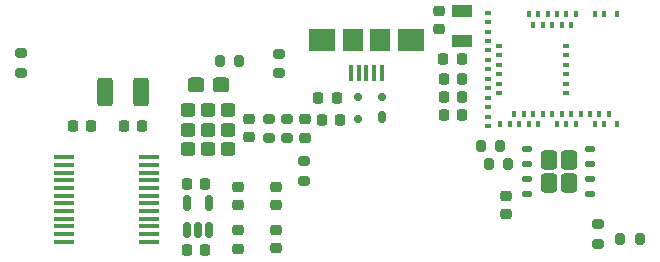
<source format=gtp>
G04 #@! TF.GenerationSoftware,KiCad,Pcbnew,9.0.2*
G04 #@! TF.CreationDate,2025-06-19T13:18:12-04:00*
G04 #@! TF.ProjectId,farlock3,6661726c-6f63-46b3-932e-6b696361645f,v02*
G04 #@! TF.SameCoordinates,Original*
G04 #@! TF.FileFunction,Paste,Top*
G04 #@! TF.FilePolarity,Positive*
%FSLAX46Y46*%
G04 Gerber Fmt 4.6, Leading zero omitted, Abs format (unit mm)*
G04 Created by KiCad (PCBNEW 9.0.2) date 2025-06-19 13:18:12*
%MOMM*%
%LPD*%
G01*
G04 APERTURE LIST*
G04 Aperture macros list*
%AMRoundRect*
0 Rectangle with rounded corners*
0 $1 Rounding radius*
0 $2 $3 $4 $5 $6 $7 $8 $9 X,Y pos of 4 corners*
0 Add a 4 corners polygon primitive as box body*
4,1,4,$2,$3,$4,$5,$6,$7,$8,$9,$2,$3,0*
0 Add four circle primitives for the rounded corners*
1,1,$1+$1,$2,$3*
1,1,$1+$1,$4,$5*
1,1,$1+$1,$6,$7*
1,1,$1+$1,$8,$9*
0 Add four rect primitives between the rounded corners*
20,1,$1+$1,$2,$3,$4,$5,0*
20,1,$1+$1,$4,$5,$6,$7,0*
20,1,$1+$1,$6,$7,$8,$9,0*
20,1,$1+$1,$8,$9,$2,$3,0*%
G04 Aperture macros list end*
%ADD10R,2.300000X1.900000*%
%ADD11R,1.800000X1.900000*%
%ADD12R,0.400000X1.400000*%
%ADD13R,0.400000X0.600000*%
%ADD14R,0.600000X0.400000*%
%ADD15RoundRect,0.300000X0.325000X0.300000X-0.325000X0.300000X-0.325000X-0.300000X0.325000X-0.300000X0*%
%ADD16RoundRect,0.317500X-0.382500X-0.317500X0.382500X-0.317500X0.382500X0.317500X-0.382500X0.317500X0*%
%ADD17RoundRect,0.225000X-0.225000X-0.250000X0.225000X-0.250000X0.225000X0.250000X-0.225000X0.250000X0*%
%ADD18RoundRect,0.218750X0.256250X-0.218750X0.256250X0.218750X-0.256250X0.218750X-0.256250X-0.218750X0*%
%ADD19RoundRect,0.200000X0.275000X-0.200000X0.275000X0.200000X-0.275000X0.200000X-0.275000X-0.200000X0*%
%ADD20RoundRect,0.125000X0.262500X0.125000X-0.262500X0.125000X-0.262500X-0.125000X0.262500X-0.125000X0*%
%ADD21RoundRect,0.250000X0.435000X0.555000X-0.435000X0.555000X-0.435000X-0.555000X0.435000X-0.555000X0*%
%ADD22RoundRect,0.150000X0.150000X-0.512500X0.150000X0.512500X-0.150000X0.512500X-0.150000X-0.512500X0*%
%ADD23RoundRect,0.225000X0.225000X0.250000X-0.225000X0.250000X-0.225000X-0.250000X0.225000X-0.250000X0*%
%ADD24R,1.800000X1.000000*%
%ADD25RoundRect,0.200000X-0.200000X-0.275000X0.200000X-0.275000X0.200000X0.275000X-0.200000X0.275000X0*%
%ADD26RoundRect,0.200000X-0.275000X0.200000X-0.275000X-0.200000X0.275000X-0.200000X0.275000X0.200000X0*%
%ADD27RoundRect,0.250000X0.420000X0.945000X-0.420000X0.945000X-0.420000X-0.945000X0.420000X-0.945000X0*%
%ADD28R,1.750000X0.450000*%
%ADD29RoundRect,0.225000X-0.250000X0.225000X-0.250000X-0.225000X0.250000X-0.225000X0.250000X0.225000X0*%
%ADD30RoundRect,0.200000X0.200000X0.275000X-0.200000X0.275000X-0.200000X-0.275000X0.200000X-0.275000X0*%
%ADD31RoundRect,0.225000X0.250000X-0.225000X0.250000X0.225000X-0.250000X0.225000X-0.250000X-0.225000X0*%
%ADD32RoundRect,0.150000X0.200000X0.150000X-0.200000X0.150000X-0.200000X-0.150000X0.200000X-0.150000X0*%
%ADD33RoundRect,0.175000X0.175000X0.325000X-0.175000X0.325000X-0.175000X-0.325000X0.175000X-0.325000X0*%
G04 APERTURE END LIST*
D10*
X154800000Y-78350000D03*
D11*
X157400000Y-78350000D03*
X159700000Y-78350000D03*
D10*
X162300000Y-78350000D03*
D12*
X157250000Y-81200000D03*
X157900000Y-81200000D03*
X158550000Y-81200000D03*
X159200000Y-81200000D03*
X159850000Y-81200000D03*
D13*
X179800000Y-76200000D03*
X178700000Y-76200000D03*
X177900000Y-76200000D03*
X176300000Y-76200000D03*
X175900000Y-77100000D03*
X175500000Y-76200000D03*
X175100000Y-77100000D03*
X174700000Y-76200000D03*
X174300000Y-77100000D03*
X173900000Y-76200000D03*
X173500000Y-77100000D03*
X173100000Y-76200000D03*
X172700000Y-77100000D03*
X172300000Y-76200000D03*
D14*
X168900000Y-76050000D03*
X168900000Y-76850000D03*
X168900000Y-77650000D03*
X168900000Y-78450000D03*
X169800000Y-78850000D03*
X168900000Y-79250000D03*
X169800000Y-79650000D03*
X168900000Y-80050000D03*
X169800000Y-80450000D03*
X168900000Y-80850000D03*
X169800000Y-81250000D03*
X168900000Y-81650000D03*
X169800000Y-82050000D03*
X168900000Y-82450000D03*
X169800000Y-82850000D03*
X168900000Y-83250000D03*
X168900000Y-84050000D03*
X168900000Y-84850000D03*
X168900000Y-85650000D03*
D13*
X169900000Y-85500000D03*
X170700000Y-85500000D03*
X171100000Y-84600000D03*
X171500000Y-85500000D03*
X171900000Y-84600000D03*
X172300000Y-85500000D03*
X172700000Y-84600000D03*
X173100000Y-85500000D03*
X173500000Y-84600000D03*
X174300000Y-84600000D03*
X174700000Y-85500000D03*
X175100000Y-84600000D03*
X175500000Y-85500000D03*
X175900000Y-84600000D03*
X176300000Y-85500000D03*
X176700000Y-84600000D03*
X177500000Y-84600000D03*
X177900000Y-85500000D03*
X178300000Y-84600000D03*
X178700000Y-85500000D03*
X179100000Y-84600000D03*
X179800000Y-85500000D03*
D14*
X175500000Y-78850000D03*
X175500000Y-79650000D03*
X175500000Y-80450000D03*
X175500000Y-81250000D03*
X175500000Y-82050000D03*
X175500000Y-82850000D03*
D15*
X143475000Y-84275000D03*
X143475000Y-85965000D03*
X143475000Y-87625000D03*
X145175000Y-84275000D03*
X145175000Y-85965000D03*
X145175000Y-87625000D03*
X146875000Y-84275000D03*
X146875000Y-85965000D03*
X146875000Y-87625000D03*
D16*
X144135000Y-82160000D03*
X146215000Y-82160000D03*
D17*
X143345000Y-96155000D03*
X144895000Y-96155000D03*
D18*
X148640000Y-86600000D03*
X148640000Y-85025000D03*
D19*
X151815000Y-86675000D03*
X151815000Y-85025000D03*
D18*
X153339000Y-86637500D03*
X153339000Y-85062500D03*
D19*
X150291000Y-86663000D03*
X150291000Y-85013000D03*
D20*
X172187500Y-91405000D03*
X172187500Y-90135000D03*
X172187500Y-88865000D03*
X172187500Y-87595000D03*
X177512500Y-87595000D03*
X177512500Y-88865000D03*
X177512500Y-90135000D03*
X177512500Y-91405000D03*
D21*
X174000000Y-88500000D03*
X174000000Y-90500000D03*
X175700000Y-88500000D03*
X175700000Y-90500000D03*
D22*
X143350000Y-94450000D03*
X144300000Y-94450000D03*
X145250000Y-94450000D03*
X145250000Y-92175000D03*
X143350000Y-92175000D03*
D17*
X143345000Y-90524000D03*
X144895000Y-90524000D03*
D23*
X166663000Y-83226000D03*
X165113000Y-83226000D03*
X166664000Y-84709000D03*
X165114000Y-84709000D03*
X166625000Y-80000000D03*
X165075000Y-80000000D03*
X166650000Y-81702000D03*
X165100000Y-81702000D03*
D24*
X166630000Y-75950000D03*
X166630000Y-78450000D03*
D25*
X181725000Y-95200000D03*
X180075000Y-95200000D03*
D19*
X178150000Y-95625000D03*
X178150000Y-93975000D03*
D26*
X129350000Y-79500000D03*
X129350000Y-81150000D03*
D23*
X135250000Y-85675000D03*
X133700000Y-85675000D03*
D27*
X139515000Y-82800000D03*
X136435000Y-82800000D03*
D28*
X133000000Y-88300000D03*
X133000000Y-88950000D03*
X133000000Y-89600000D03*
X133000000Y-90250000D03*
X133000000Y-90900000D03*
X133000000Y-91550000D03*
X133000000Y-92200000D03*
X133000000Y-92850000D03*
X133000000Y-93500000D03*
X133000000Y-94150000D03*
X133000000Y-94800000D03*
X133000000Y-95450000D03*
X140200000Y-95450000D03*
X140200000Y-94800000D03*
X140200000Y-94150000D03*
X140200000Y-93500000D03*
X140200000Y-92850000D03*
X140200000Y-92200000D03*
X140200000Y-91550000D03*
X140200000Y-90900000D03*
X140200000Y-90250000D03*
X140200000Y-89600000D03*
X140200000Y-88950000D03*
X140200000Y-88300000D03*
D29*
X170380000Y-93135000D03*
X170380000Y-91585000D03*
D30*
X170575000Y-88850000D03*
X168925000Y-88850000D03*
X168245000Y-87340000D03*
X169895000Y-87340000D03*
D19*
X151200000Y-81200000D03*
X151200000Y-79550000D03*
D31*
X147725000Y-96025000D03*
X147725000Y-94475000D03*
D19*
X153300000Y-90300000D03*
X153300000Y-88650000D03*
D29*
X147725000Y-92350000D03*
X147725000Y-90800000D03*
D30*
X147800000Y-80125000D03*
X146150000Y-80125000D03*
D23*
X156040000Y-83260000D03*
X154490000Y-83260000D03*
D29*
X150950000Y-92350000D03*
X150950000Y-90800000D03*
D32*
X157870000Y-85050000D03*
X157870000Y-83150000D03*
X159870000Y-83150000D03*
D33*
X159870000Y-84850000D03*
D31*
X150950000Y-96000000D03*
X150950000Y-94450000D03*
D29*
X164700000Y-75925000D03*
X164700000Y-77475000D03*
D23*
X154805000Y-85130000D03*
X156355000Y-85130000D03*
X139550000Y-85650000D03*
X138000000Y-85650000D03*
M02*

</source>
